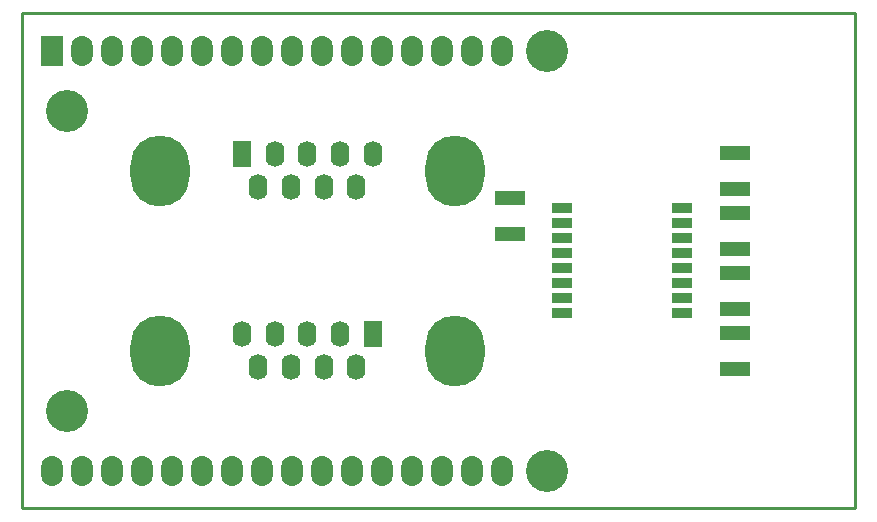
<source format=gbs>
%TF.GenerationSoftware,KiCad,Pcbnew,no-vcs-found-e2d3fce~60~ubuntu16.04.1*%
%TF.CreationDate,2017-09-19T11:14:37-04:00*%
%TF.ProjectId,rs232_interface_3x2,72733233325F696E746572666163655F,1.0*%
%TF.SameCoordinates,Original*%
%TF.FileFunction,Soldermask,Bot*%
%TF.FilePolarity,Negative*%
%FSLAX46Y46*%
G04 Gerber Fmt 4.6, Leading zero omitted, Abs format (unit mm)*
G04 Created by KiCad (PCBNEW no-vcs-found-e2d3fce~60~ubuntu16.04.1) date Tue Sep 19 11:14:37 2017*
%MOMM*%
%LPD*%
G01*
G04 APERTURE LIST*
%ADD10C,0.228600*%
%ADD11R,1.727200X0.838200*%
%ADD12C,3.556000*%
%ADD13O,1.854200X2.540000*%
%ADD14R,1.854200X2.540000*%
%ADD15R,2.540000X1.270000*%
%ADD16O,1.600000X2.200000*%
%ADD17R,1.600000X2.200000*%
%ADD18O,5.000000X6.000000*%
G04 APERTURE END LIST*
D10*
X156210000Y-67945000D02*
X85725000Y-67945000D01*
X156210000Y-109855000D02*
X156210000Y-67945000D01*
X85725000Y-109855000D02*
X156210000Y-109855000D01*
X85725000Y-67945000D02*
X85725000Y-109855000D01*
D11*
%TO.C,U1*%
X131445000Y-84455000D03*
X131445000Y-85725000D03*
X131445000Y-86995000D03*
X131445000Y-88265000D03*
X131445000Y-89535000D03*
X131445000Y-90805000D03*
X131445000Y-92075000D03*
X131445000Y-93345000D03*
X141605000Y-93345000D03*
X141605000Y-92075000D03*
X141605000Y-90805000D03*
X141605000Y-89535000D03*
X141605000Y-88265000D03*
X141605000Y-86995000D03*
X141605000Y-85725000D03*
X141605000Y-84455000D03*
%TD*%
D12*
%TO.C,MDB1*%
X130175000Y-71120000D03*
X130175000Y-106680000D03*
X89535000Y-101600000D03*
X89535000Y-76200000D03*
D13*
X88265000Y-106680000D03*
X90805000Y-106680000D03*
X93345000Y-106680000D03*
X95885000Y-106680000D03*
X98425000Y-106680000D03*
X100965000Y-106680000D03*
X103505000Y-106680000D03*
X106045000Y-106680000D03*
X108585000Y-106680000D03*
X111125000Y-106680000D03*
X113665000Y-106680000D03*
X116205000Y-106680000D03*
X118745000Y-106680000D03*
X121285000Y-106680000D03*
X123825000Y-106680000D03*
X126365000Y-106680000D03*
X126365000Y-71120000D03*
X123825000Y-71120000D03*
X121285000Y-71120000D03*
X118745000Y-71120000D03*
X116205000Y-71120000D03*
X113665000Y-71120000D03*
X111125000Y-71120000D03*
X108585000Y-71120000D03*
X106045000Y-71120000D03*
X103505000Y-71120000D03*
X100965000Y-71120000D03*
X98425000Y-71120000D03*
X95885000Y-71120000D03*
D14*
X88265000Y-71120000D03*
D13*
X93345000Y-71120000D03*
X90805000Y-71120000D03*
%TD*%
D15*
%TO.C,C1*%
X146050000Y-87884000D03*
X146050000Y-84836000D03*
%TD*%
%TO.C,C2*%
X146050000Y-89916000D03*
X146050000Y-92964000D03*
%TD*%
%TO.C,C3*%
X146050000Y-82804000D03*
X146050000Y-79756000D03*
%TD*%
%TO.C,C4*%
X146050000Y-98044000D03*
X146050000Y-94996000D03*
%TD*%
%TO.C,C5*%
X127000000Y-83566000D03*
X127000000Y-86614000D03*
%TD*%
D16*
%TO.C,J1*%
X114010000Y-82700000D03*
X111240000Y-82700000D03*
X108470000Y-82700000D03*
X105700000Y-82700000D03*
X115395000Y-79860000D03*
X112625000Y-79860000D03*
X109855000Y-79860000D03*
X107085000Y-79860000D03*
D17*
X104315000Y-79860000D03*
D18*
X122347000Y-81280000D03*
X97360000Y-81280000D03*
%TD*%
D16*
%TO.C,J2*%
X114010000Y-97940000D03*
X111240000Y-97940000D03*
X108470000Y-97940000D03*
X105700000Y-97940000D03*
D17*
X115395000Y-95100000D03*
D16*
X112625000Y-95100000D03*
X109855000Y-95100000D03*
X107085000Y-95100000D03*
X104315000Y-95100000D03*
D18*
X122347000Y-96520000D03*
X97360000Y-96520000D03*
%TD*%
M02*

</source>
